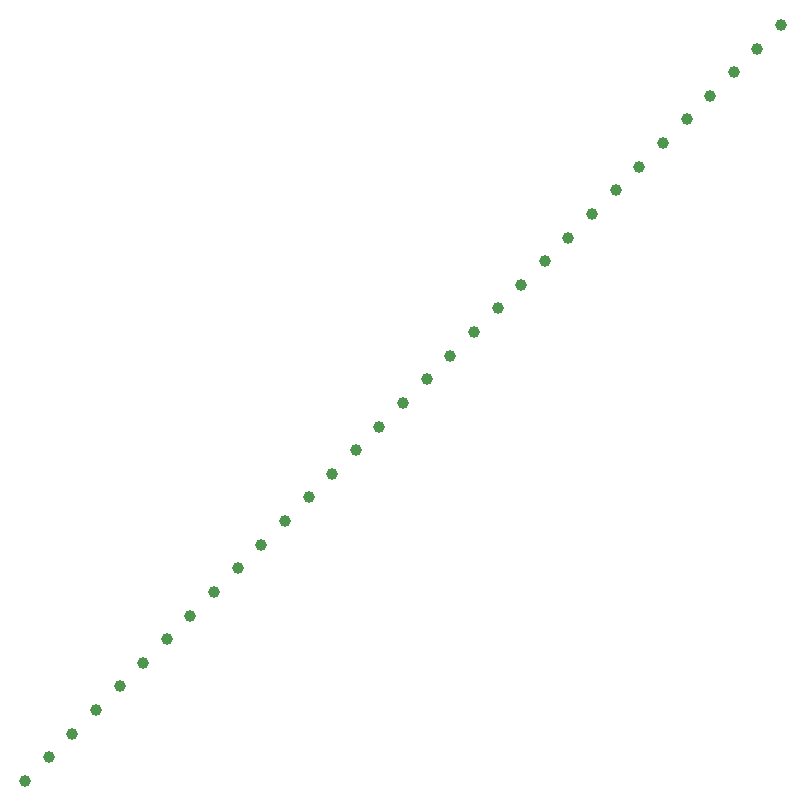
<source format=gbr>
G04 Examples for testing time performance of Gerber parsers*
%FSLAX26Y26*%
%MOMM*%
%ADD10C,1*%
%LPD*%
D10*
X0Y0D03*
X2000000Y2000000D03*
X4000000Y4000000D03*
X6000000Y6000000D03*
X8000000Y8000000D03*
X10000000Y10000000D03*
X12000000Y12000000D03*
X14000000Y14000000D03*
X16000000Y16000000D03*
X18000000Y18000000D03*
X20000000Y20000000D03*
X22000000Y22000000D03*
X24000000Y24000000D03*
X26000000Y26000000D03*
X28000000Y28000000D03*
X30000000Y30000000D03*
X32000000Y32000000D03*
X34000000Y34000000D03*
X36000000Y36000000D03*
X38000000Y38000000D03*
X40000000Y40000000D03*
X42000000Y42000000D03*
X44000000Y44000000D03*
X46000000Y46000000D03*
X48000000Y48000000D03*
X50000000Y50000000D03*
X52000000Y52000000D03*
X54000000Y54000000D03*
X56000000Y56000000D03*
X58000000Y58000000D03*
X60000000Y60000000D03*
X62000000Y62000000D03*
X64000000Y64000000D03*
M02*

</source>
